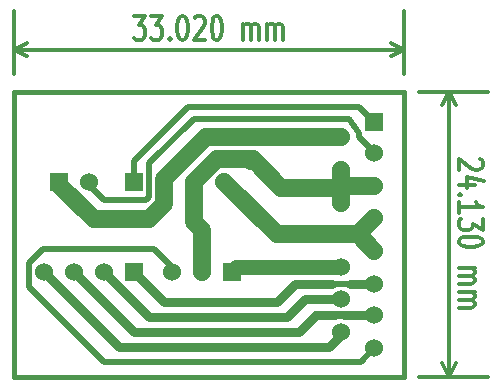
<source format=gbl>
G04 (created by PCBNEW-RS274X (2012-01-19 BZR 3256)-stable) date 30/10/2012 22:31:02*
G01*
G70*
G90*
%MOIN*%
G04 Gerber Fmt 3.4, Leading zero omitted, Abs format*
%FSLAX34Y34*%
G04 APERTURE LIST*
%ADD10C,0.006000*%
%ADD11C,0.012000*%
%ADD12C,0.015000*%
%ADD13R,0.060000X0.060000*%
%ADD14C,0.060000*%
%ADD15C,0.059100*%
%ADD16C,0.050000*%
%ADD17C,0.031500*%
%ADD18C,0.025000*%
%ADD19C,0.019700*%
G04 APERTURE END LIST*
G54D10*
G54D11*
X31987Y-12485D02*
X32358Y-12485D01*
X32158Y-12790D01*
X32244Y-12790D01*
X32301Y-12828D01*
X32330Y-12866D01*
X32358Y-12942D01*
X32358Y-13132D01*
X32330Y-13209D01*
X32301Y-13247D01*
X32244Y-13285D01*
X32072Y-13285D01*
X32015Y-13247D01*
X31987Y-13209D01*
X32558Y-12485D02*
X32929Y-12485D01*
X32729Y-12790D01*
X32815Y-12790D01*
X32872Y-12828D01*
X32901Y-12866D01*
X32929Y-12942D01*
X32929Y-13132D01*
X32901Y-13209D01*
X32872Y-13247D01*
X32815Y-13285D01*
X32643Y-13285D01*
X32586Y-13247D01*
X32558Y-13209D01*
X33186Y-13209D02*
X33214Y-13247D01*
X33186Y-13285D01*
X33157Y-13247D01*
X33186Y-13209D01*
X33186Y-13285D01*
X33586Y-12485D02*
X33643Y-12485D01*
X33700Y-12523D01*
X33729Y-12561D01*
X33758Y-12637D01*
X33786Y-12790D01*
X33786Y-12980D01*
X33758Y-13132D01*
X33729Y-13209D01*
X33700Y-13247D01*
X33643Y-13285D01*
X33586Y-13285D01*
X33529Y-13247D01*
X33500Y-13209D01*
X33472Y-13132D01*
X33443Y-12980D01*
X33443Y-12790D01*
X33472Y-12637D01*
X33500Y-12561D01*
X33529Y-12523D01*
X33586Y-12485D01*
X34014Y-12561D02*
X34043Y-12523D01*
X34100Y-12485D01*
X34243Y-12485D01*
X34300Y-12523D01*
X34329Y-12561D01*
X34357Y-12637D01*
X34357Y-12713D01*
X34329Y-12828D01*
X33986Y-13285D01*
X34357Y-13285D01*
X34728Y-12485D02*
X34785Y-12485D01*
X34842Y-12523D01*
X34871Y-12561D01*
X34900Y-12637D01*
X34928Y-12790D01*
X34928Y-12980D01*
X34900Y-13132D01*
X34871Y-13209D01*
X34842Y-13247D01*
X34785Y-13285D01*
X34728Y-13285D01*
X34671Y-13247D01*
X34642Y-13209D01*
X34614Y-13132D01*
X34585Y-12980D01*
X34585Y-12790D01*
X34614Y-12637D01*
X34642Y-12561D01*
X34671Y-12523D01*
X34728Y-12485D01*
X35642Y-13285D02*
X35642Y-12751D01*
X35642Y-12828D02*
X35670Y-12790D01*
X35728Y-12751D01*
X35813Y-12751D01*
X35870Y-12790D01*
X35899Y-12866D01*
X35899Y-13285D01*
X35899Y-12866D02*
X35928Y-12790D01*
X35985Y-12751D01*
X36070Y-12751D01*
X36128Y-12790D01*
X36156Y-12866D01*
X36156Y-13285D01*
X36442Y-13285D02*
X36442Y-12751D01*
X36442Y-12828D02*
X36470Y-12790D01*
X36528Y-12751D01*
X36613Y-12751D01*
X36670Y-12790D01*
X36699Y-12866D01*
X36699Y-13285D01*
X36699Y-12866D02*
X36728Y-12790D01*
X36785Y-12751D01*
X36870Y-12751D01*
X36928Y-12790D01*
X36956Y-12866D01*
X36956Y-13285D01*
X28000Y-13601D02*
X41000Y-13601D01*
X28000Y-14400D02*
X28000Y-12321D01*
X41000Y-14400D02*
X41000Y-12321D01*
X41000Y-13601D02*
X40557Y-13831D01*
X41000Y-13601D02*
X40557Y-13371D01*
X28000Y-13601D02*
X28443Y-13831D01*
X28000Y-13601D02*
X28443Y-13371D01*
G54D12*
X28000Y-24500D02*
X41000Y-24500D01*
X41000Y-15000D02*
X28000Y-15000D01*
X28000Y-24500D02*
X28000Y-15000D01*
X28000Y-15000D02*
X28000Y-24500D01*
G54D11*
X43539Y-17265D02*
X43577Y-17294D01*
X43615Y-17351D01*
X43615Y-17494D01*
X43577Y-17551D01*
X43539Y-17580D01*
X43463Y-17608D01*
X43387Y-17608D01*
X43272Y-17580D01*
X42815Y-17237D01*
X42815Y-17608D01*
X43349Y-18122D02*
X42815Y-18122D01*
X43653Y-17979D02*
X43082Y-17836D01*
X43082Y-18208D01*
X42891Y-18436D02*
X42853Y-18464D01*
X42815Y-18436D01*
X42853Y-18407D01*
X42891Y-18436D01*
X42815Y-18436D01*
X42815Y-19036D02*
X42815Y-18693D01*
X42815Y-18865D02*
X43615Y-18865D01*
X43501Y-18808D01*
X43425Y-18750D01*
X43387Y-18693D01*
X43615Y-19236D02*
X43615Y-19607D01*
X43310Y-19407D01*
X43310Y-19493D01*
X43272Y-19550D01*
X43234Y-19579D01*
X43158Y-19607D01*
X42968Y-19607D01*
X42891Y-19579D01*
X42853Y-19550D01*
X42815Y-19493D01*
X42815Y-19321D01*
X42853Y-19264D01*
X42891Y-19236D01*
X43615Y-19978D02*
X43615Y-20035D01*
X43577Y-20092D01*
X43539Y-20121D01*
X43463Y-20150D01*
X43310Y-20178D01*
X43120Y-20178D01*
X42968Y-20150D01*
X42891Y-20121D01*
X42853Y-20092D01*
X42815Y-20035D01*
X42815Y-19978D01*
X42853Y-19921D01*
X42891Y-19892D01*
X42968Y-19864D01*
X43120Y-19835D01*
X43310Y-19835D01*
X43463Y-19864D01*
X43539Y-19892D01*
X43577Y-19921D01*
X43615Y-19978D01*
X42815Y-20892D02*
X43349Y-20892D01*
X43272Y-20892D02*
X43310Y-20920D01*
X43349Y-20978D01*
X43349Y-21063D01*
X43310Y-21120D01*
X43234Y-21149D01*
X42815Y-21149D01*
X43234Y-21149D02*
X43310Y-21178D01*
X43349Y-21235D01*
X43349Y-21320D01*
X43310Y-21378D01*
X43234Y-21406D01*
X42815Y-21406D01*
X42815Y-21692D02*
X43349Y-21692D01*
X43272Y-21692D02*
X43310Y-21720D01*
X43349Y-21778D01*
X43349Y-21863D01*
X43310Y-21920D01*
X43234Y-21949D01*
X42815Y-21949D01*
X43234Y-21949D02*
X43310Y-21978D01*
X43349Y-22035D01*
X43349Y-22120D01*
X43310Y-22178D01*
X43234Y-22206D01*
X42815Y-22206D01*
X42499Y-15000D02*
X42499Y-24500D01*
X41500Y-15000D02*
X43779Y-15000D01*
X41500Y-24500D02*
X43779Y-24500D01*
X42499Y-24500D02*
X42269Y-24057D01*
X42499Y-24500D02*
X42729Y-24057D01*
X42499Y-15000D02*
X42269Y-15443D01*
X42499Y-15000D02*
X42729Y-15443D01*
G54D12*
X41000Y-15000D02*
X41000Y-24500D01*
G54D13*
X40000Y-16000D03*
G54D14*
X40000Y-17050D03*
X40000Y-18150D03*
X40000Y-19200D03*
X40000Y-20300D03*
X40000Y-21400D03*
X40000Y-22450D03*
X40000Y-23550D03*
X38900Y-16500D03*
X38900Y-17600D03*
X38900Y-18700D03*
X38900Y-19750D03*
X38900Y-20850D03*
X38900Y-21900D03*
X38900Y-23000D03*
G54D13*
X29500Y-18000D03*
G54D14*
X30500Y-18000D03*
G54D13*
X32000Y-18000D03*
G54D14*
X33000Y-18000D03*
X34000Y-18000D03*
X35000Y-18000D03*
G54D13*
X35250Y-21000D03*
G54D14*
X34250Y-21000D03*
X33250Y-21000D03*
G54D13*
X32000Y-21000D03*
G54D14*
X31000Y-21000D03*
X30000Y-21000D03*
X29000Y-21000D03*
G54D15*
X35900Y-17300D02*
X35900Y-17250D01*
X34750Y-17250D02*
X34000Y-18000D01*
X35900Y-17250D02*
X34750Y-17250D01*
X34000Y-18000D02*
X34000Y-19350D01*
X34250Y-19600D02*
X34250Y-21000D01*
X34000Y-19350D02*
X34250Y-19600D01*
X38900Y-17600D02*
X38900Y-18200D01*
X38900Y-18200D02*
X38900Y-18700D01*
G54D16*
X38900Y-17600D02*
X38900Y-18150D01*
G54D15*
X38900Y-18150D02*
X40000Y-18150D01*
X38900Y-18200D02*
X36900Y-18200D01*
X36900Y-18200D02*
X35950Y-17250D01*
X35950Y-17250D02*
X35900Y-17300D01*
G54D16*
X38900Y-20850D02*
X35400Y-20850D01*
X35400Y-20850D02*
X35250Y-21000D01*
G54D15*
X33000Y-18000D02*
X33000Y-17900D01*
X33000Y-18000D02*
X33000Y-18750D01*
X29500Y-18100D02*
X29500Y-18000D01*
X30650Y-19250D02*
X29500Y-18100D01*
X32500Y-19250D02*
X30650Y-19250D01*
X33000Y-18750D02*
X32500Y-19250D01*
X34400Y-16500D02*
X33000Y-17900D01*
X38900Y-16500D02*
X34400Y-16500D01*
X39450Y-19750D02*
X40000Y-19200D01*
G54D16*
X38900Y-19750D02*
X38450Y-19750D01*
G54D15*
X39450Y-19750D02*
X40000Y-20300D01*
G54D16*
X35000Y-18000D02*
X35000Y-18000D01*
G54D15*
X38900Y-19750D02*
X39450Y-19750D01*
X36750Y-19750D02*
X38900Y-19750D01*
X35000Y-18000D02*
X36750Y-19750D01*
G54D17*
X38500Y-23500D02*
X38900Y-23100D01*
X38900Y-23100D02*
X38900Y-23000D01*
X35500Y-23500D02*
X38500Y-23500D01*
X35500Y-23500D02*
X31500Y-23500D01*
X31500Y-23500D02*
X29000Y-21000D01*
X35300Y-22500D02*
X32500Y-22500D01*
X32500Y-22500D02*
X31000Y-21000D01*
G54D18*
X35300Y-22500D02*
X35300Y-22500D01*
G54D17*
X38900Y-21900D02*
X37700Y-21900D01*
X35300Y-22500D02*
X37100Y-22500D01*
X37100Y-22500D02*
X37700Y-21900D01*
X37500Y-23000D02*
X32000Y-23000D01*
G54D18*
X39000Y-22450D02*
X38700Y-22450D01*
X38700Y-22450D02*
X38050Y-22450D01*
G54D17*
X32000Y-23000D02*
X30000Y-21000D01*
G54D18*
X40000Y-22450D02*
X39000Y-22450D01*
G54D17*
X40000Y-22450D02*
X39000Y-22450D01*
X38050Y-22450D02*
X37500Y-23000D01*
X38050Y-22450D02*
X38700Y-22450D01*
X33000Y-22000D02*
X36750Y-22000D01*
X36750Y-22000D02*
X37350Y-21400D01*
X32000Y-21000D02*
X33000Y-22000D01*
X37350Y-21400D02*
X38600Y-21400D01*
X40000Y-21400D02*
X39200Y-21400D01*
G54D19*
X40000Y-21400D02*
X37350Y-21400D01*
X32000Y-21000D02*
X32000Y-21000D01*
X40000Y-17000D02*
X39500Y-16500D01*
X34008Y-15900D02*
X32500Y-17386D01*
X32400Y-18600D02*
X31000Y-18600D01*
X39500Y-16500D02*
X39500Y-16380D01*
X30500Y-18100D02*
X31000Y-18600D01*
X32500Y-17386D02*
X32500Y-18500D01*
X40000Y-17050D02*
X40000Y-17000D01*
X32500Y-18500D02*
X32400Y-18600D01*
X30500Y-18000D02*
X30500Y-18100D01*
X39500Y-16380D02*
X39157Y-15900D01*
X39157Y-15900D02*
X34008Y-15900D01*
X33250Y-21000D02*
X33250Y-20850D01*
X39550Y-24000D02*
X40000Y-23550D01*
X28500Y-20700D02*
X28500Y-21500D01*
X31000Y-24000D02*
X39550Y-24000D01*
X33250Y-20850D02*
X32650Y-20250D01*
X28950Y-20250D02*
X28500Y-20700D01*
X28500Y-21500D02*
X31000Y-24000D01*
X32650Y-20250D02*
X28950Y-20250D01*
X32000Y-18000D02*
X32000Y-17300D01*
X32000Y-17300D02*
X33800Y-15500D01*
X33800Y-15500D02*
X39500Y-15500D01*
X39500Y-15500D02*
X40000Y-16000D01*
M02*

</source>
